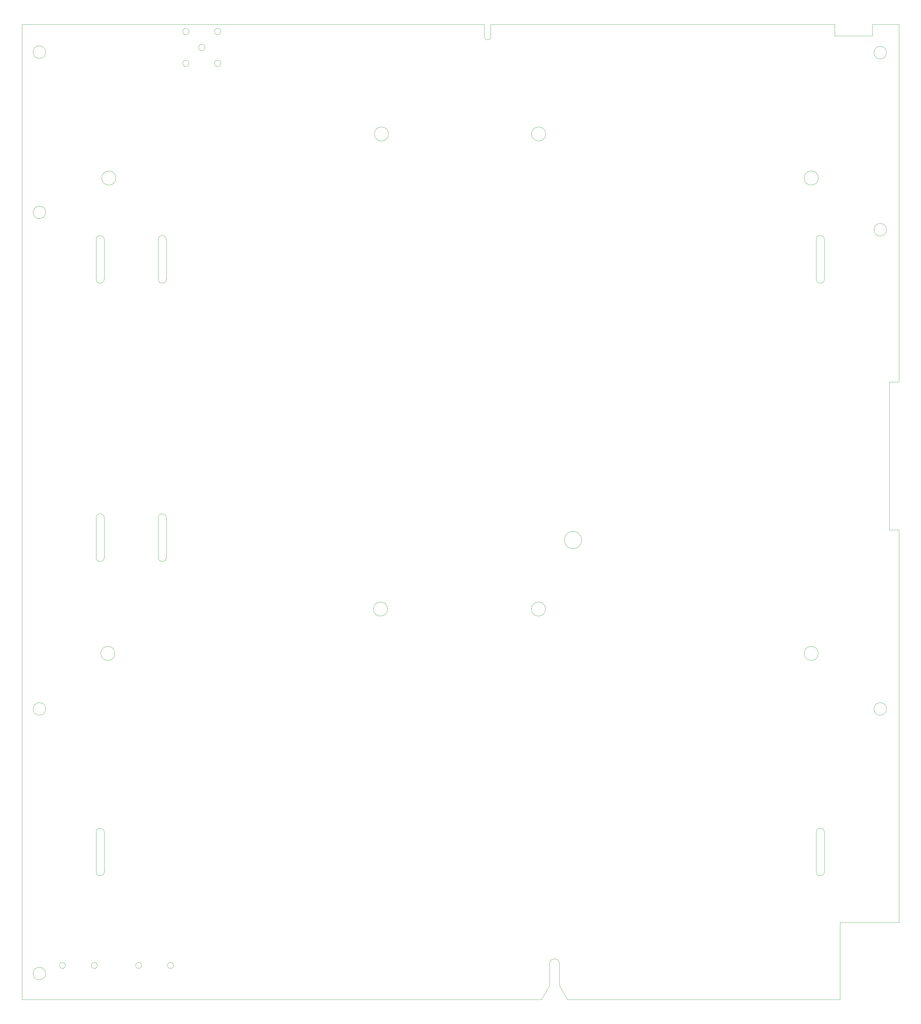
<source format=gbr>
%TF.GenerationSoftware,KiCad,Pcbnew,7.0.9*%
%TF.CreationDate,2024-06-15T20:43:59+01:00*%
%TF.ProjectId,IIci_Reloaded,49496369-5f52-4656-9c6f-616465642e6b,rev?*%
%TF.SameCoordinates,Original*%
%TF.FileFunction,Profile,NP*%
%FSLAX46Y46*%
G04 Gerber Fmt 4.6, Leading zero omitted, Abs format (unit mm)*
G04 Created by KiCad (PCBNEW 7.0.9) date 2024-06-15 20:43:59*
%MOMM*%
%LPD*%
G01*
G04 APERTURE LIST*
%TA.AperFunction,Profile*%
%ADD10C,0.100000*%
%TD*%
G04 APERTURE END LIST*
D10*
X785249400Y-241477800D02*
X785224000Y-241452400D01*
X611335600Y69291200D02*
X758757200Y69291200D01*
X867189600Y-200757000D02*
X867189600Y-188167800D01*
X618847400Y9398000D02*
G75*
G03*
X618847400Y9398000I-2000000J0D01*
G01*
X654735600Y-11878600D02*
G75*
G03*
X657335600Y-11878600I1300000J0D01*
G01*
X776918200Y-241477800D02*
X776969000Y-241452400D01*
X634935600Y-100567800D02*
G75*
G03*
X637535600Y-100567800I1300000J0D01*
G01*
X654735600Y710600D02*
X654735600Y-11878600D01*
X886995200Y60325000D02*
G75*
G03*
X886995200Y60325000I-2000000J0D01*
G01*
X634935600Y-200757000D02*
G75*
G03*
X637535600Y-200757000I1300000J0D01*
G01*
X758757200Y65430400D02*
X758757200Y69291200D01*
X657335600Y-100567800D02*
X657335600Y-87978600D01*
X867189600Y710600D02*
G75*
G03*
X864589600Y710600I-1300000J0D01*
G01*
X778253800Y-117032600D02*
G75*
G03*
X778253800Y-117032600I-2250000J0D01*
G01*
X887916200Y-44678600D02*
X887916200Y-91694000D01*
X872142800Y-241477800D02*
X785351000Y-241477800D01*
X864589600Y-11878600D02*
G75*
G03*
X867189600Y-11878600I1300000J0D01*
G01*
X637535600Y-87978600D02*
G75*
G03*
X634935600Y-87978600I-1300000J0D01*
G01*
X779534400Y-237032800D02*
X776969000Y-241452400D01*
X782684000Y-230124000D02*
X782684000Y-237032800D01*
X867189600Y-188167800D02*
G75*
G03*
X864589600Y-188167800I-1300000J0D01*
G01*
X890989600Y69291200D02*
X890989600Y65176400D01*
X776867400Y-241477800D02*
X611335600Y-241477800D01*
X886995200Y3860800D02*
G75*
G03*
X886995200Y3860800I-2000000J0D01*
G01*
X728190400Y34366200D02*
G75*
G03*
X728190400Y34366200I-2250000J0D01*
G01*
X882506000Y69291200D02*
X890989600Y69291200D01*
X890989600Y-216966800D02*
X872142800Y-216966800D01*
X637535600Y710600D02*
G75*
G03*
X634935600Y710600I-1300000J0D01*
G01*
X618847400Y-233229400D02*
G75*
G03*
X618847400Y-233229400I-2000000J0D01*
G01*
X778304600Y34366200D02*
G75*
G03*
X778304600Y34366200I-2250000J0D01*
G01*
X654735600Y-100567800D02*
G75*
G03*
X657335600Y-100567800I1300000J0D01*
G01*
X727885600Y-117032600D02*
G75*
G03*
X727885600Y-117032600I-2250000J0D01*
G01*
X637535600Y-200757000D02*
X637535600Y-188167800D01*
X654735600Y-87978600D02*
X654735600Y-100567800D01*
X637535600Y-188167800D02*
G75*
G03*
X634935600Y-188167800I-1300000J0D01*
G01*
X864589600Y710600D02*
X864589600Y-11878600D01*
X657335600Y710600D02*
G75*
G03*
X654735600Y710600I-1300000J0D01*
G01*
X890989600Y65176400D02*
X890989600Y-44678600D01*
X865248800Y-131165600D02*
G75*
G03*
X865248800Y-131165600I-2250000J0D01*
G01*
X890989600Y-44678600D02*
X887916200Y-44678600D01*
X865248800Y20345400D02*
G75*
G03*
X865248800Y20345400I-2250000J0D01*
G01*
X634935600Y710600D02*
X634935600Y-11878600D01*
X634935600Y-87978600D02*
X634935600Y-100567800D01*
X618847400Y60477400D02*
G75*
G03*
X618847400Y60477400I-2000000J0D01*
G01*
X779534400Y-230124000D02*
X779534400Y-237032800D01*
X611335600Y-241477800D02*
X611335600Y69291200D01*
X864589600Y-200757000D02*
G75*
G03*
X867189600Y-200757000I1300000J0D01*
G01*
X789777400Y-95046800D02*
G75*
G03*
X789777400Y-95046800I-2750000J0D01*
G01*
X785249400Y-241477800D02*
X785351000Y-241477800D01*
X640916000Y-131165600D02*
G75*
G03*
X640916000Y-131165600I-2250000J0D01*
G01*
X872142800Y-216966800D02*
X872142800Y-241477800D01*
X760789200Y69291200D02*
X870517200Y69291200D01*
X657335600Y-87978600D02*
G75*
G03*
X654735600Y-87978600I-1300000J0D01*
G01*
X886995200Y-148869400D02*
G75*
G03*
X886995200Y-148869400I-2000000J0D01*
G01*
X637535600Y-11878600D02*
X637535600Y710600D01*
X758757200Y65430400D02*
G75*
G03*
X760789200Y65430400I1016000J0D01*
G01*
X657335600Y-11878600D02*
X657335600Y710600D01*
X882506000Y65684400D02*
X870517200Y65684400D01*
X782684000Y-230124000D02*
G75*
G03*
X779534400Y-230124000I-1574800J0D01*
G01*
X887916200Y-91846400D02*
X890989600Y-91846400D01*
X637535600Y-100567800D02*
X637535600Y-87978600D01*
X864589600Y-188167800D02*
X864589600Y-200757000D01*
X618847400Y-148869400D02*
G75*
G03*
X618847400Y-148869400I-2000000J0D01*
G01*
X641246200Y20345400D02*
G75*
G03*
X641246200Y20345400I-2250000J0D01*
G01*
X634935600Y-11878600D02*
G75*
G03*
X637535600Y-11878600I1300000J0D01*
G01*
X882506000Y69291200D02*
X882506000Y65684400D01*
X887916200Y-91694000D02*
X887916200Y-91846400D01*
X760789200Y65430400D02*
X760789200Y69291200D01*
X776867400Y-241477800D02*
X776918200Y-241477800D01*
X890989600Y-91846400D02*
X890989600Y-216966800D01*
X867189600Y-11878600D02*
X867189600Y710600D01*
X782684000Y-237032800D02*
X785224000Y-241452400D01*
X870517200Y65684400D02*
X870517200Y69291200D01*
X634935600Y-188167800D02*
X634935600Y-200757000D01*
%TO.C,SW1*%
X625163400Y-230637200D02*
G75*
G03*
X625163400Y-230637200I-950000J0D01*
G01*
X635323400Y-230637200D02*
G75*
G03*
X635323400Y-230637200I-950000J0D01*
G01*
%TO.C,S3*%
X649471200Y-230637200D02*
G75*
G03*
X649471200Y-230637200I-950000J0D01*
G01*
X659631200Y-230637200D02*
G75*
G03*
X659631200Y-230637200I-950000J0D01*
G01*
%TO.C,J3*%
X664544600Y67056000D02*
G75*
G03*
X664544600Y67056000I-1000000J0D01*
G01*
X664544600Y56896000D02*
G75*
G03*
X664544600Y56896000I-1000000J0D01*
G01*
X669624600Y61976000D02*
G75*
G03*
X669624600Y61976000I-1000000J0D01*
G01*
X674704600Y67056000D02*
G75*
G03*
X674704600Y67056000I-1000000J0D01*
G01*
X674704600Y56896000D02*
G75*
G03*
X674704600Y56896000I-1000000J0D01*
G01*
%TD*%
M02*

</source>
